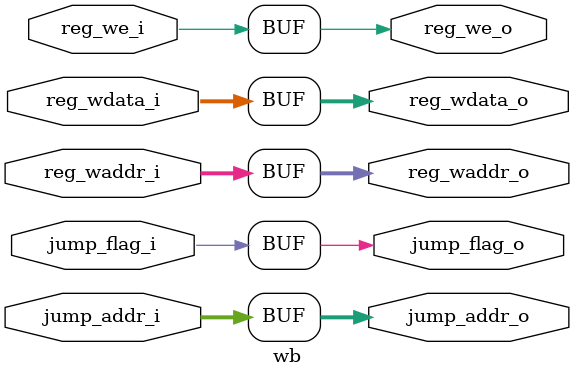
<source format=v>


module wb(


    input wire jump_flag_i,
    input wire[31:0]jump_addr_i,

/*
    // 至内存
    input wire[31:0] mem_wdata_i,        // 写内存数据
    input wire[31:0] mem_raddr_i,    // 读内存地址
    input wire[31:0] mem_waddr_i,    // 写内存地址
    input wire mem_we_i,                   // 是否要写内存
    input wire mem_req_i,                  // 请求访问内存标志
    //
    */
    // to regs
    input wire[31:0] reg_wdata_i,       // 写寄存器数据
    input wire reg_we_i,                   // 是否要写通用寄存器
    input wire[4:0] reg_waddr_i,   // 写通用寄存器地址

    //以上输入，以下输出

    /*
    output reg[31:0] mem_wdata_o,        // 写内存数据
    output reg[31:0] mem_raddr_o,    // 读内存地址
    output reg[31:0] mem_waddr_o,    // 写内存地址
    output wire mem_we_o,                   // 是否要写内存
    output wire mem_req_o,                  // 请求访问内存标志
    //
    */
    // to regs
    output wire[31:0] reg_wdata_o,       // 写寄存器数据
    output wire reg_we_o,                   // 是否要写通用寄存器
    output wire[4:0] reg_waddr_o,   // 写通用寄存器地址


    output wire jump_flag_o,
    output wire[31:0] jump_addr_o

    );

    /*reg men_we;
    reg mem_req;
    reg reg_wdata;
    reg reg_we;
    reg reg_waddr;

    assign mem_we_o=mem_we_i;                   // 是否要写内存
    assign mem_req_o=mem_req_i;                 // 请求访问内存标志
*/


    assign reg_wdata_o=reg_wdata_i;      // 写寄存器数据
    assign reg_we_o=reg_we_i;                   // 是否要写通用寄存器
    assign reg_waddr_o=reg_waddr_i ; // 写通用寄存器地址
    assign jump_flag_o=jump_flag_i;
    assign jump_addr_o=jump_addr_i;
/*

always @ (*) begin
    mem_wdata_o=mem_wdata_i;       // 写内存数据
    mem_raddr_o=mem_raddr_i;    // 读内存地址
    mem_waddr_o=mem_waddr_i;    // 写内存地址

  

end

 */ 


endmodule

</source>
